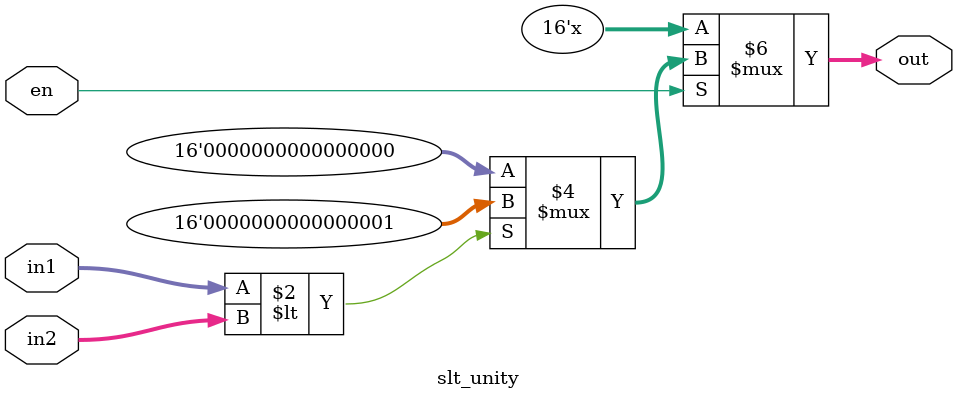
<source format=v>
module slt_unity(en, in1, in2, out);
	input en;
	input [15:0] in1, in2;
	output reg [15:0] out;
	
	always @(*) begin
		if(en)
			if (in1<in2)
				out <= 1;
			else
				out <= 0;
	end			
endmodule
</source>
